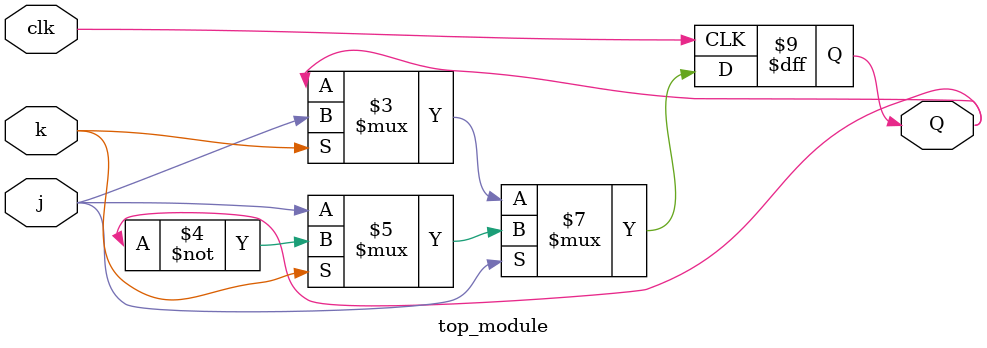
<source format=v>
module top_module (
    input clk,
    input j,
    input k,
    output Q); 
    
    always @(posedge clk) begin
        if(!j) begin
            Q <= k ? j : Q;
        end
        else begin
            Q <= k ? ~Q : j;
        end
    end

endmodule

</source>
